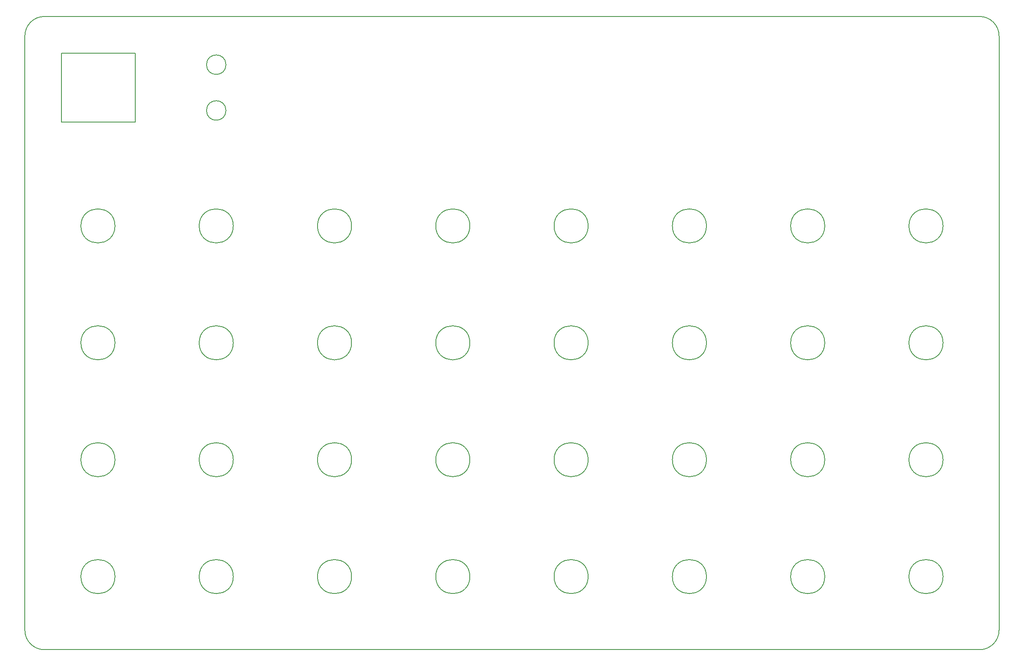
<source format=gbr>
G04 #@! TF.GenerationSoftware,KiCad,Pcbnew,(5.1.2-1)-1*
G04 #@! TF.CreationDate,2020-09-14T17:56:04+03:00*
G04 #@! TF.ProjectId,N32B_Top_panel_v1.2,4e333242-5f54-46f7-905f-70616e656c5f,rev?*
G04 #@! TF.SameCoordinates,Original*
G04 #@! TF.FileFunction,Profile,NP*
%FSLAX46Y46*%
G04 Gerber Fmt 4.6, Leading zero omitted, Abs format (unit mm)*
G04 Created by KiCad (PCBNEW (5.1.2-1)-1) date 2020-09-14 17:56:04*
%MOMM*%
%LPD*%
G04 APERTURE LIST*
%ADD10C,0.200000*%
G04 APERTURE END LIST*
D10*
X90275999Y-47302002D02*
G75*
G03X90275999Y-47302002I-2000000J0D01*
G01*
X213206000Y-71002000D02*
G75*
G03X213206000Y-71002000I-3500000J0D01*
G01*
X116062000Y-95002000D02*
G75*
G03X116062000Y-95002000I-3500000J0D01*
G01*
X140348000Y-119002000D02*
G75*
G03X140348000Y-119002000I-3500000J0D01*
G01*
X48990000Y-154002000D02*
X48990000Y-32002000D01*
X52990000Y-158002000D02*
G75*
G02X48990000Y-154002000I0J4000000D01*
G01*
X245018284Y-158002000D02*
X52989999Y-158002000D01*
X248990000Y-154002100D02*
G75*
G02X245018284Y-158002000I-4000000J0D01*
G01*
X248990000Y-32002001D02*
X248990000Y-154002100D01*
X244990001Y-28002000D02*
G75*
G02X248990000Y-32002001I-1J-4000000D01*
G01*
X52989999Y-28002000D02*
X244990000Y-28002001D01*
X48989999Y-32002000D02*
G75*
G02X52989999Y-28002000I4000000J0D01*
G01*
X237492000Y-71002000D02*
G75*
G03X237492000Y-71002000I-3500000J0D01*
G01*
X116062000Y-119002000D02*
G75*
G03X116062000Y-119002000I-3500000J0D01*
G01*
X116062000Y-71002000D02*
G75*
G03X116062000Y-71002000I-3500000J0D01*
G01*
X237492000Y-95002000D02*
G75*
G03X237492000Y-95002000I-3500000J0D01*
G01*
X67490000Y-95002000D02*
G75*
G03X67490000Y-95002000I-3500000J0D01*
G01*
X188920000Y-71002000D02*
G75*
G03X188920000Y-71002000I-3500000J0D01*
G01*
X188920000Y-119002000D02*
G75*
G03X188920000Y-119002000I-3500000J0D01*
G01*
X140348000Y-95002000D02*
G75*
G03X140348000Y-95002000I-3500000J0D01*
G01*
X140348000Y-143002000D02*
G75*
G03X140348000Y-143002000I-3500000J0D01*
G01*
X140348000Y-71002000D02*
G75*
G03X140348000Y-71002000I-3500000J0D01*
G01*
X237492000Y-143002000D02*
G75*
G03X237492000Y-143002000I-3500000J0D01*
G01*
X164634000Y-119002000D02*
G75*
G03X164634000Y-119002000I-3500000J0D01*
G01*
X56489999Y-35502002D02*
X56489999Y-49702002D01*
X71689999Y-35502002D02*
X56489999Y-35502002D01*
X71689999Y-49702002D02*
X71689999Y-35502002D01*
X56489999Y-49702002D02*
X71689999Y-49702002D01*
X91775999Y-71002000D02*
G75*
G03X91775999Y-71002000I-3499999J0D01*
G01*
X116062000Y-143002000D02*
G75*
G03X116062000Y-143002000I-3500000J0D01*
G01*
X164634000Y-95002000D02*
G75*
G03X164634000Y-95002000I-3500000J0D01*
G01*
X213206000Y-119002000D02*
G75*
G03X213206000Y-119002000I-3500000J0D01*
G01*
X90276000Y-37902002D02*
G75*
G03X90276000Y-37902002I-2000000J0D01*
G01*
X67490000Y-119002000D02*
G75*
G03X67490000Y-119002000I-3500000J0D01*
G01*
X213206000Y-143002000D02*
G75*
G03X213206000Y-143002000I-3500000J0D01*
G01*
X164634000Y-143002000D02*
G75*
G03X164634000Y-143002000I-3500000J0D01*
G01*
X67490000Y-143002000D02*
G75*
G03X67490000Y-143002000I-3500000J0D01*
G01*
X188920000Y-95002000D02*
G75*
G03X188920000Y-95002000I-3500000J0D01*
G01*
X91775999Y-95002000D02*
G75*
G03X91775999Y-95002000I-3499999J0D01*
G01*
X237492000Y-119002000D02*
G75*
G03X237492000Y-119002000I-3500000J0D01*
G01*
X67490000Y-71002000D02*
G75*
G03X67490000Y-71002000I-3500000J0D01*
G01*
X164634000Y-71002000D02*
G75*
G03X164634000Y-71002000I-3500000J0D01*
G01*
X213206000Y-95002000D02*
G75*
G03X213206000Y-95002000I-3500000J0D01*
G01*
X91775999Y-143002000D02*
G75*
G03X91775999Y-143002000I-3499999J0D01*
G01*
X91775999Y-119002000D02*
G75*
G03X91775999Y-119002000I-3499999J0D01*
G01*
X188920000Y-143002000D02*
G75*
G03X188920000Y-143002000I-3500000J0D01*
G01*
M02*

</source>
